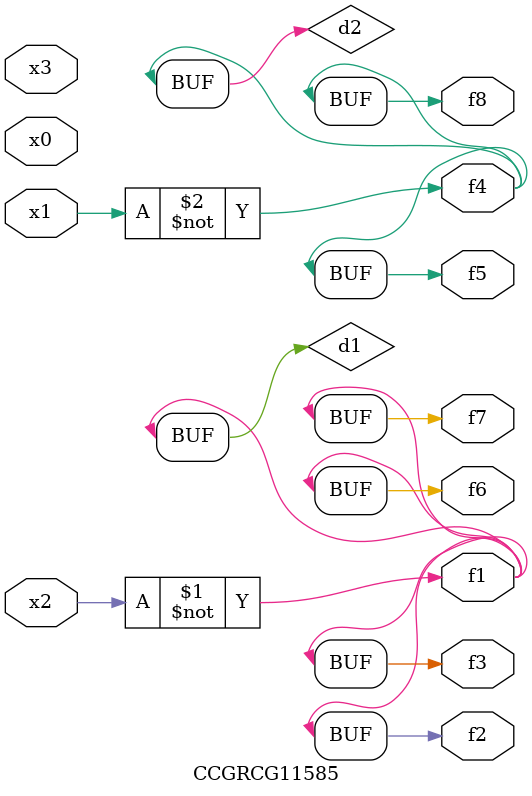
<source format=v>
module CCGRCG11585(
	input x0, x1, x2, x3,
	output f1, f2, f3, f4, f5, f6, f7, f8
);

	wire d1, d2;

	xnor (d1, x2);
	not (d2, x1);
	assign f1 = d1;
	assign f2 = d1;
	assign f3 = d1;
	assign f4 = d2;
	assign f5 = d2;
	assign f6 = d1;
	assign f7 = d1;
	assign f8 = d2;
endmodule

</source>
